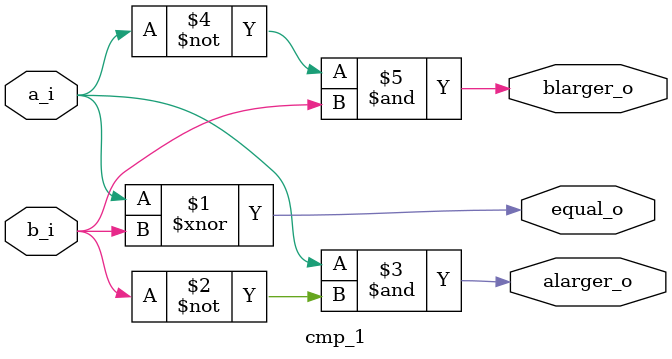
<source format=sv>
/* verilator lint_off MULTITOP */
module cmp_1 (
    input   logic   a_i,
    input   logic   b_i,
    output  logic   equal_o,
    output  logic   alarger_o,
    output  logic   blarger_o
);
    assign equal_o    = a_i~^b_i;
    assign alarger_o  = a_i&(~b_i);
    assign blarger_o  = (~a_i)&b_i;

endmodule: cmp_1

</source>
